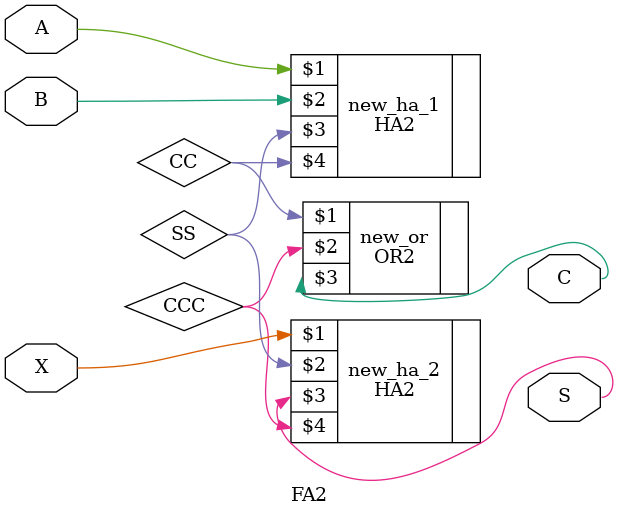
<source format=v>

module FA2 (
	input A,
	input B,
	input X,
	output S,
	output C);

	wire SS;
	wire CC;
	wire CCC;

	HA2 new_ha_1 (A, B, SS, CC);
	HA2 new_ha_2 (X, SS, S, CCC);
	OR2 new_or (CC, CCC, C);

endmodule

</source>
